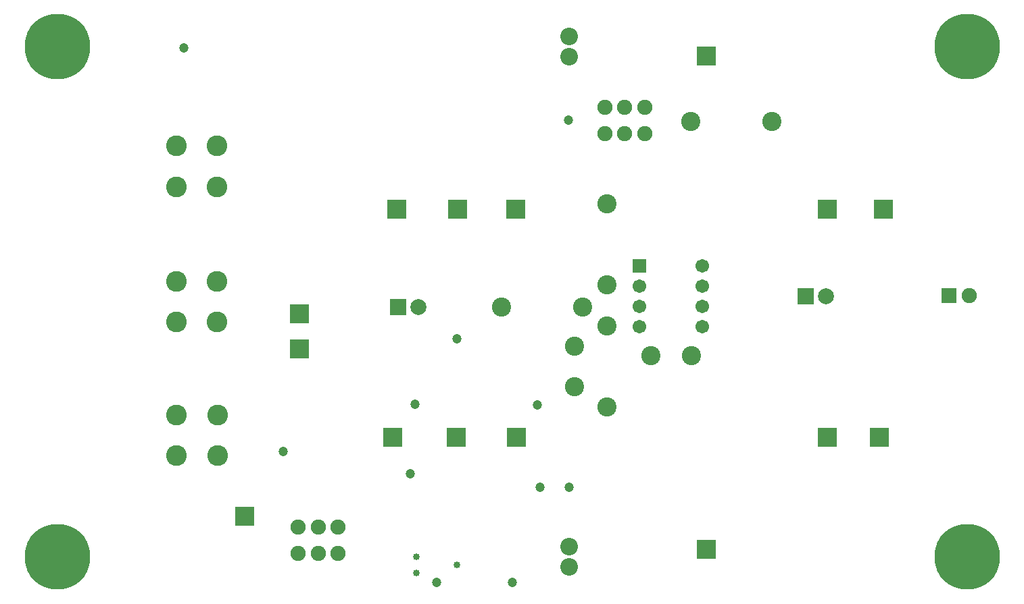
<source format=gbr>
G04*
G04 #@! TF.GenerationSoftware,Altium Limited,Altium Designer,24.1.2 (44)*
G04*
G04 Layer_Color=8757620*
%FSLAX44Y44*%
%MOMM*%
G71*
G04*
G04 #@! TF.SameCoordinates,C4B2C0E0-4E9B-487C-9046-04FF2B3DFFC7*
G04*
G04*
G04 #@! TF.FilePolarity,Negative*
G04*
G01*
G75*
%ADD19C,1.0000*%
%ADD20R,2.4032X2.4032*%
%ADD21C,1.9032*%
%ADD22C,2.2032*%
%ADD23C,1.7032*%
%ADD24R,1.7032X1.7032*%
%ADD25C,2.6032*%
%ADD26C,8.2032*%
%ADD27R,1.9032X1.9032*%
%ADD28R,2.4032X2.4032*%
%ADD29C,2.4032*%
%ADD30C,2.0032*%
%ADD31R,2.0032X2.0032*%
%ADD32C,2.4028*%
%ADD33C,0.8500*%
%ADD34C,1.2032*%
D19*
X726340Y732950D02*
G03*
X726340Y732950I-5000J0D01*
G01*
Y707550D02*
G03*
X726340Y707550I-5000J0D01*
G01*
X726660Y92700D02*
G03*
X726660Y92700I-5000J0D01*
G01*
Y67300D02*
G03*
X726660Y67300I-5000J0D01*
G01*
D20*
X893225Y89475D02*
D03*
X314750Y131000D02*
D03*
X383500Y341000D02*
D03*
Y385000D02*
D03*
X1110000Y230000D02*
D03*
D21*
X816000Y610750D02*
D03*
Y643750D02*
D03*
X791000D02*
D03*
X766000D02*
D03*
Y610750D02*
D03*
X791000D02*
D03*
X432000Y84250D02*
D03*
Y117250D02*
D03*
X407000D02*
D03*
X382000D02*
D03*
Y84250D02*
D03*
X407000D02*
D03*
X1222950Y407750D02*
D03*
D22*
X721340Y707550D02*
D03*
Y732950D02*
D03*
X721660Y67300D02*
D03*
Y92700D02*
D03*
D23*
X888450Y445350D02*
D03*
Y419950D02*
D03*
Y394550D02*
D03*
Y369150D02*
D03*
X809050D02*
D03*
Y394550D02*
D03*
Y419950D02*
D03*
D24*
Y445350D02*
D03*
D25*
X229750Y258250D02*
D03*
X280750D02*
D03*
X229750Y207250D02*
D03*
X280750D02*
D03*
X229500Y595500D02*
D03*
X280500D02*
D03*
X229500Y544500D02*
D03*
X280500D02*
D03*
X229500Y425500D02*
D03*
X280500D02*
D03*
X229500Y374500D02*
D03*
X280500D02*
D03*
D26*
X1220000Y720000D02*
D03*
X80000D02*
D03*
Y80000D02*
D03*
X1220000D02*
D03*
D27*
X1197550Y407750D02*
D03*
D28*
X893500Y708275D02*
D03*
X654745Y516249D02*
D03*
X581750Y516250D02*
D03*
X505745Y516249D02*
D03*
X655000Y230000D02*
D03*
X580000D02*
D03*
X500000D02*
D03*
X1115000Y516250D02*
D03*
X1045000D02*
D03*
Y230000D02*
D03*
D29*
X728500Y344400D02*
D03*
Y293600D02*
D03*
X823850Y332250D02*
D03*
X874650D02*
D03*
D30*
X532450Y393750D02*
D03*
X1043200Y407250D02*
D03*
D31*
X507050Y393750D02*
D03*
X1017800Y407250D02*
D03*
D32*
X769000Y268200D02*
D03*
Y369800D02*
D03*
X636950Y393500D02*
D03*
X738550D02*
D03*
X768500Y522800D02*
D03*
Y421200D02*
D03*
X873700Y626500D02*
D03*
X975300D02*
D03*
D33*
X529600Y59840D02*
D03*
Y80160D02*
D03*
X580400Y70000D02*
D03*
D34*
X681311Y271000D02*
D03*
X528500Y271298D02*
D03*
X581000Y353250D02*
D03*
X650500Y48000D02*
D03*
X555250Y48250D02*
D03*
X238500Y718250D02*
D03*
X721000Y167500D02*
D03*
X720750Y627750D02*
D03*
X685000Y167500D02*
D03*
X363500Y212250D02*
D03*
X522500Y184750D02*
D03*
M02*

</source>
